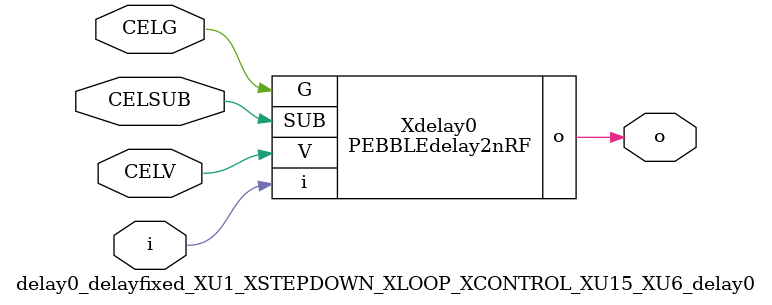
<source format=v>



module PEBBLEdelay2nRF ( o, V, G, i, SUB );

  input V;
  input i;
  input G;
  output o;
  input SUB;
endmodule

//Celera Confidential Do Not Copy delay0_delayfixed_XU1_XSTEPDOWN_XLOOP_XCONTROL_XU15_XU6_delay0
//TYPE: fixed 2ns
module delay0_delayfixed_XU1_XSTEPDOWN_XLOOP_XCONTROL_XU15_XU6_delay0 (i, CELV, o,
CELG,CELSUB);
input CELV;
input i;
output o;
input CELSUB;
input CELG;

//Celera Confidential Do Not Copy delayfast0
PEBBLEdelay2nRF Xdelay0(
.V (CELV),
.i (i),
.o (o),
.G (CELG),
.SUB (CELSUB)
);
//,diesize,PEBBLEdelay2nRF

//Celera Confidential Do Not Copy Module End
//Celera Schematic Generator
endmodule

</source>
